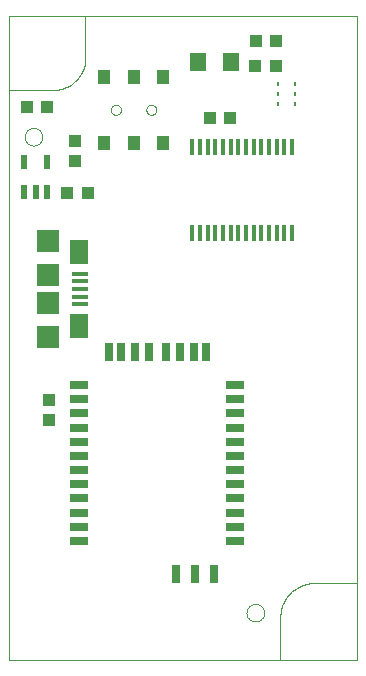
<source format=gbp>
G75*
G70*
%OFA0B0*%
%FSLAX24Y24*%
%IPPOS*%
%LPD*%
%AMOC8*
5,1,8,0,0,1.08239X$1,22.5*
%
%ADD10C,0.0000*%
%ADD11R,0.0433X0.0394*%
%ADD12R,0.0551X0.0630*%
%ADD13R,0.0217X0.0472*%
%ADD14R,0.0394X0.0433*%
%ADD15R,0.0531X0.0157*%
%ADD16R,0.0630X0.0827*%
%ADD17R,0.0748X0.0748*%
%ADD18R,0.0394X0.0453*%
%ADD19R,0.0630X0.0315*%
%ADD20R,0.0315X0.0630*%
%ADD21R,0.0137X0.0550*%
%ADD22R,0.0102X0.0157*%
D10*
X001008Y001834D02*
X001008Y020830D01*
X002475Y020830D01*
X002538Y020832D01*
X002602Y020837D01*
X002665Y020847D01*
X002727Y020859D01*
X002788Y020876D01*
X002848Y020896D01*
X002908Y020919D01*
X002965Y020946D01*
X003021Y020976D01*
X003075Y021010D01*
X003127Y021046D01*
X003177Y021085D01*
X003224Y021128D01*
X003269Y021173D01*
X003312Y021220D01*
X003351Y021270D01*
X003387Y021322D01*
X003421Y021376D01*
X003451Y021432D01*
X003478Y021489D01*
X003501Y021549D01*
X003521Y021609D01*
X003538Y021670D01*
X003550Y021732D01*
X003560Y021795D01*
X003565Y021859D01*
X003567Y021922D01*
X003567Y023291D01*
X012622Y023291D01*
X012622Y004393D01*
X011189Y004393D01*
X011124Y004391D01*
X011058Y004385D01*
X010993Y004376D01*
X010929Y004363D01*
X010866Y004346D01*
X010804Y004325D01*
X010743Y004301D01*
X010684Y004273D01*
X010626Y004242D01*
X010570Y004208D01*
X010517Y004170D01*
X010465Y004130D01*
X010416Y004086D01*
X010370Y004040D01*
X010326Y003991D01*
X010286Y003939D01*
X010248Y003886D01*
X010214Y003830D01*
X010183Y003772D01*
X010155Y003713D01*
X010131Y003652D01*
X010110Y003590D01*
X010093Y003527D01*
X010080Y003463D01*
X010071Y003398D01*
X010065Y003332D01*
X010063Y003267D01*
X010063Y001834D01*
X001008Y001834D01*
X008933Y003409D02*
X008935Y003443D01*
X008941Y003477D01*
X008951Y003510D01*
X008964Y003541D01*
X008982Y003571D01*
X009002Y003599D01*
X009026Y003624D01*
X009052Y003646D01*
X009080Y003664D01*
X009111Y003680D01*
X009143Y003692D01*
X009177Y003700D01*
X009211Y003704D01*
X009245Y003704D01*
X009279Y003700D01*
X009313Y003692D01*
X009345Y003680D01*
X009375Y003664D01*
X009404Y003646D01*
X009430Y003624D01*
X009454Y003599D01*
X009474Y003571D01*
X009492Y003541D01*
X009505Y003510D01*
X009515Y003477D01*
X009521Y003443D01*
X009523Y003409D01*
X009521Y003375D01*
X009515Y003341D01*
X009505Y003308D01*
X009492Y003277D01*
X009474Y003247D01*
X009454Y003219D01*
X009430Y003194D01*
X009404Y003172D01*
X009376Y003154D01*
X009345Y003138D01*
X009313Y003126D01*
X009279Y003118D01*
X009245Y003114D01*
X009211Y003114D01*
X009177Y003118D01*
X009143Y003126D01*
X009111Y003138D01*
X009080Y003154D01*
X009052Y003172D01*
X009026Y003194D01*
X009002Y003219D01*
X008982Y003247D01*
X008964Y003277D01*
X008951Y003308D01*
X008941Y003341D01*
X008935Y003375D01*
X008933Y003409D01*
X010063Y001834D02*
X012622Y001834D01*
X012622Y004393D01*
X005596Y020168D02*
X005598Y020193D01*
X005604Y020218D01*
X005613Y020242D01*
X005626Y020264D01*
X005643Y020284D01*
X005662Y020301D01*
X005683Y020315D01*
X005707Y020325D01*
X005731Y020332D01*
X005757Y020335D01*
X005782Y020334D01*
X005807Y020329D01*
X005831Y020320D01*
X005854Y020308D01*
X005874Y020293D01*
X005892Y020274D01*
X005907Y020253D01*
X005918Y020230D01*
X005926Y020206D01*
X005930Y020181D01*
X005930Y020155D01*
X005926Y020130D01*
X005918Y020106D01*
X005907Y020083D01*
X005892Y020062D01*
X005874Y020043D01*
X005854Y020028D01*
X005831Y020016D01*
X005807Y020007D01*
X005782Y020002D01*
X005757Y020001D01*
X005731Y020004D01*
X005707Y020011D01*
X005683Y020021D01*
X005662Y020035D01*
X005643Y020052D01*
X005626Y020072D01*
X005613Y020094D01*
X005604Y020118D01*
X005598Y020143D01*
X005596Y020168D01*
X004415Y020168D02*
X004417Y020193D01*
X004423Y020218D01*
X004432Y020242D01*
X004445Y020264D01*
X004462Y020284D01*
X004481Y020301D01*
X004502Y020315D01*
X004526Y020325D01*
X004550Y020332D01*
X004576Y020335D01*
X004601Y020334D01*
X004626Y020329D01*
X004650Y020320D01*
X004673Y020308D01*
X004693Y020293D01*
X004711Y020274D01*
X004726Y020253D01*
X004737Y020230D01*
X004745Y020206D01*
X004749Y020181D01*
X004749Y020155D01*
X004745Y020130D01*
X004737Y020106D01*
X004726Y020083D01*
X004711Y020062D01*
X004693Y020043D01*
X004673Y020028D01*
X004650Y020016D01*
X004626Y020007D01*
X004601Y020002D01*
X004576Y020001D01*
X004550Y020004D01*
X004526Y020011D01*
X004502Y020021D01*
X004481Y020035D01*
X004462Y020052D01*
X004445Y020072D01*
X004432Y020094D01*
X004423Y020118D01*
X004417Y020143D01*
X004415Y020168D01*
X003567Y023291D02*
X001008Y023291D01*
X001008Y020830D01*
X001540Y019275D02*
X001542Y019309D01*
X001548Y019343D01*
X001558Y019376D01*
X001571Y019407D01*
X001589Y019437D01*
X001609Y019465D01*
X001633Y019490D01*
X001659Y019512D01*
X001687Y019530D01*
X001718Y019546D01*
X001750Y019558D01*
X001784Y019566D01*
X001818Y019570D01*
X001852Y019570D01*
X001886Y019566D01*
X001920Y019558D01*
X001952Y019546D01*
X001982Y019530D01*
X002011Y019512D01*
X002037Y019490D01*
X002061Y019465D01*
X002081Y019437D01*
X002099Y019407D01*
X002112Y019376D01*
X002122Y019343D01*
X002128Y019309D01*
X002130Y019275D01*
X002128Y019241D01*
X002122Y019207D01*
X002112Y019174D01*
X002099Y019143D01*
X002081Y019113D01*
X002061Y019085D01*
X002037Y019060D01*
X002011Y019038D01*
X001983Y019020D01*
X001952Y019004D01*
X001920Y018992D01*
X001886Y018984D01*
X001852Y018980D01*
X001818Y018980D01*
X001784Y018984D01*
X001750Y018992D01*
X001718Y019004D01*
X001687Y019020D01*
X001659Y019038D01*
X001633Y019060D01*
X001609Y019085D01*
X001589Y019113D01*
X001571Y019143D01*
X001558Y019174D01*
X001548Y019207D01*
X001542Y019241D01*
X001540Y019275D01*
D11*
X001602Y020248D03*
X002272Y020248D03*
X002965Y017398D03*
X003635Y017398D03*
X007720Y019909D03*
X008390Y019909D03*
X009232Y021640D03*
X009256Y022471D03*
X009925Y022471D03*
X009902Y021640D03*
D12*
X008406Y021764D03*
X007304Y021764D03*
D13*
X002280Y018443D03*
X002280Y017419D03*
X001906Y017419D03*
X001531Y017419D03*
X001531Y018443D03*
D14*
X003233Y018453D03*
X003233Y019123D03*
X002335Y010511D03*
X002335Y009842D03*
D15*
X003386Y013682D03*
X003386Y013938D03*
X003386Y014194D03*
X003386Y014450D03*
X003386Y014706D03*
D16*
X003337Y015415D03*
X003337Y012974D03*
D17*
X002333Y012600D03*
X002333Y013722D03*
X002333Y014667D03*
X002333Y015789D03*
D18*
X004188Y019056D03*
X005172Y019056D03*
X006157Y019056D03*
X006157Y021280D03*
X005172Y021280D03*
X004188Y021280D03*
D19*
X003366Y010996D03*
X003366Y010523D03*
X003366Y010051D03*
X003366Y009578D03*
X003366Y009106D03*
X003366Y008634D03*
X003366Y008161D03*
X003366Y007689D03*
X003366Y007216D03*
X003366Y006744D03*
X003366Y006271D03*
X003366Y005799D03*
X008563Y005799D03*
X008563Y006271D03*
X008563Y006744D03*
X008563Y007216D03*
X008563Y007689D03*
X008563Y008161D03*
X008563Y008634D03*
X008563Y009106D03*
X008563Y009578D03*
X008563Y010051D03*
X008563Y010523D03*
X008563Y010996D03*
D20*
X007587Y012098D03*
X007185Y012098D03*
X006713Y012098D03*
X006240Y012098D03*
X005689Y012098D03*
X005217Y012098D03*
X004744Y012098D03*
X004342Y012098D03*
X006594Y004697D03*
X007224Y004697D03*
X007854Y004697D03*
D21*
X007896Y016052D03*
X008152Y016052D03*
X008407Y016052D03*
X008663Y016052D03*
X008919Y016052D03*
X009175Y016052D03*
X009431Y016052D03*
X009687Y016052D03*
X009943Y016052D03*
X010199Y016052D03*
X010455Y016052D03*
X010455Y018931D03*
X010199Y018931D03*
X009943Y018931D03*
X009687Y018931D03*
X009431Y018931D03*
X009175Y018931D03*
X008919Y018931D03*
X008663Y018931D03*
X008407Y018931D03*
X008152Y018931D03*
X007896Y018931D03*
X007640Y018931D03*
X007384Y018931D03*
X007128Y018931D03*
X007128Y016052D03*
X007384Y016052D03*
X007640Y016052D03*
D22*
X009990Y020374D03*
X009990Y020708D03*
X009990Y021043D03*
X010545Y021043D03*
X010545Y020708D03*
X010545Y020374D03*
M02*

</source>
